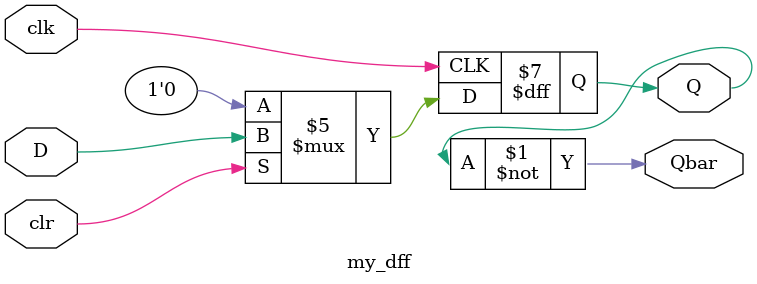
<source format=v>
module my_dff(D, clk, Q, Qbar, clr);
	input D, clk, clr;
	output Q, Qbar;
	reg Q;
	assign Qbar = ~Q;
	always@(posedge clk)
	begin
		if(clr == 0) Q<= 0;
		else Q <= D;
	end
endmodule

</source>
